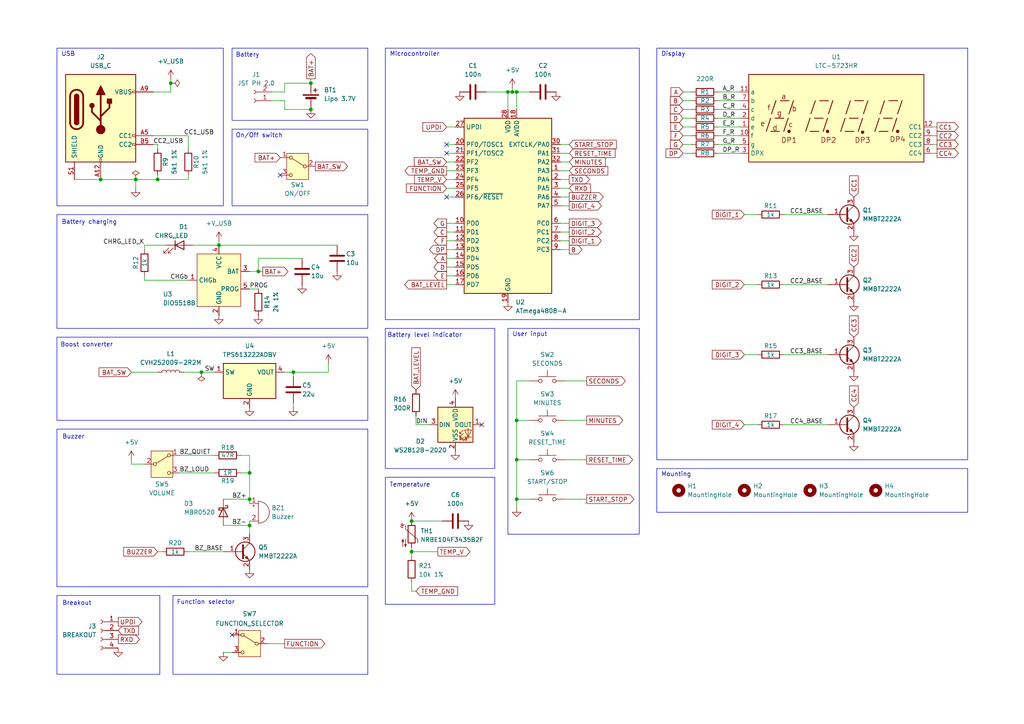
<source format=kicad_sch>
(kicad_sch (version 20231120) (generator "eeschema") (generator_version "8.0")
  (paper "A4")
  (title_block (title "Kitchen timer") (date "2024-09-24") (rev "v6.4") (company "TBR Designs") (comment 1 "Alarm configuration has become software"))
  (junction (at 45.72 52.07))
  (junction (at 85.09 107.95))
  (junction (at 72.39 144.78))
  (junction (at 72.39 137.16))
  (junction (at 119.38 151.13))
  (junction (at 72.39 152.4))
  (junction (at 148.59 26.67))
  (junction (at 90.17 31.75))
  (junction (at 149.86 121.92))
  (junction (at 147.32 26.67))
  (junction (at 63.5 71.12))
  (junction (at 49.53 24.13))
  (junction (at 149.86 26.67))
  (junction (at 39.37 52.07))
  (junction (at 90.17 24.13))
  (junction (at 58.42 107.95))
  (junction (at 149.86 144.78))
  (junction (at 29.21 52.07))
  (junction (at 149.86 133.35))
  (junction (at 74.93 78.74))
  (junction (at 119.38 160.02))
  (no_connect (at 129.54 44.45))
  (no_connect (at 139.7 123.19))
  (no_connect (at 129.54 41.91))
  (no_connect (at 129.54 57.15))
  (no_connect (at 81.28 50.8))
  (no_connect (at 67.31 184.15))
  (wire (pts (xy 77.47 186.69) (xy 82.55 186.69)))
  (wire (pts (xy 53.34 107.95) (xy 58.42 107.95)))
  (wire (pts (xy 227.33 82.55) (xy 240.03 82.55)))
  (wire (pts (xy 129.54 52.07) (xy 132.08 52.07)))
  (wire (pts (xy 119.38 168.91) (xy 119.38 171.45)))
  (wire (pts (xy 147.32 26.67) (xy 148.59 26.67)))
  (wire (pts (xy 153.67 110.49) (xy 149.86 110.49)))
  (wire (pts (xy 82.55 31.75) (xy 90.17 31.75)))
  (wire (pts (xy 163.83 133.35) (xy 170.18 133.35)))
  (wire (pts (xy 129.54 46.99) (xy 132.08 46.99)))
  (wire (pts (xy 45.72 41.91) (xy 45.72 43.18)))
  (wire (pts (xy 149.86 144.78) (xy 149.86 147.32)))
  (wire (pts (xy 45.72 52.07) (xy 54.61 52.07)))
  (wire (pts (xy 72.39 152.4) (xy 72.39 154.94)))
  (wire (pts (xy 227.33 102.87) (xy 240.03 102.87)))
  (wire (pts (xy 64.77 152.4) (xy 72.39 152.4)))
  (wire (pts (xy 38.1 107.95) (xy 45.72 107.95)))
  (wire (pts (xy 208.28 44.45) (xy 214.63 44.45)))
  (wire (pts (xy 72.39 78.74) (xy 74.93 78.74)))
  (wire (pts (xy 208.28 31.75) (xy 214.63 31.75)))
  (wire (pts (xy 85.09 107.95) (xy 95.25 107.95)))
  (wire (pts (xy 38.1 134.62) (xy 38.1 133.35)))
  (wire (pts (xy 63.5 71.12) (xy 97.79 71.12)))
  (wire (pts (xy 129.54 36.83) (xy 132.08 36.83)))
  (wire (pts (xy 129.54 82.55) (xy 132.08 82.55)))
  (wire (pts (xy 82.55 107.95) (xy 85.09 107.95)))
  (wire (pts (xy 148.59 26.67) (xy 148.59 25.4)))
  (wire (pts (xy 208.28 41.91) (xy 214.63 41.91)))
  (wire (pts (xy 149.86 26.67) (xy 148.59 26.67)))
  (wire (pts (xy 129.54 77.47) (xy 132.08 77.47)))
  (wire (pts (xy 39.37 52.07) (xy 39.37 54.61)))
  (wire (pts (xy 72.39 144.78) (xy 72.39 146.05)))
  (wire (pts (xy 198.12 39.37) (xy 200.66 39.37)))
  (wire (pts (xy 208.28 34.29) (xy 214.63 34.29)))
  (wire (pts (xy 82.55 29.21) (xy 78.74 29.21)))
  (wire (pts (xy 74.93 74.93) (xy 74.93 78.74)))
  (wire (pts (xy 69.85 137.16) (xy 72.39 137.16)))
  (wire (pts (xy 271.78 36.83) (xy 270.51 36.83)))
  (wire (pts (xy 129.54 44.45) (xy 132.08 44.45)))
  (wire (pts (xy 62.23 137.16) (xy 52.07 137.16)))
  (wire (pts (xy 153.67 144.78) (xy 149.86 144.78)))
  (wire (pts (xy 198.12 26.67) (xy 200.66 26.67)))
  (wire (pts (xy 41.91 81.28) (xy 54.61 81.28)))
  (wire (pts (xy 129.54 64.77) (xy 132.08 64.77)))
  (wire (pts (xy 69.85 132.08) (xy 72.39 132.08)))
  (wire (pts (xy 45.72 50.8) (xy 45.72 52.07)))
  (wire (pts (xy 41.91 80.01) (xy 41.91 81.28)))
  (wire (pts (xy 72.39 83.82) (xy 74.93 83.82)))
  (wire (pts (xy 129.54 74.93) (xy 132.08 74.93)))
  (wire (pts (xy 85.09 118.11) (xy 85.09 116.84)))
  (wire (pts (xy 21.59 52.07) (xy 29.21 52.07)))
  (wire (pts (xy 198.12 31.75) (xy 200.66 31.75)))
  (wire (pts (xy 165.1 52.07) (xy 162.56 52.07)))
  (wire (pts (xy 208.28 39.37) (xy 214.63 39.37)))
  (wire (pts (xy 119.38 171.45) (xy 120.65 171.45)))
  (wire (pts (xy 165.1 49.53) (xy 162.56 49.53)))
  (wire (pts (xy 149.86 121.92) (xy 149.86 133.35)))
  (wire (pts (xy 95.25 107.95) (xy 95.25 105.41)))
  (wire (pts (xy 74.93 78.74) (xy 76.2 78.74)))
  (wire (pts (xy 82.55 26.67) (xy 78.74 26.67)))
  (wire (pts (xy 129.54 54.61) (xy 132.08 54.61)))
  (wire (pts (xy 129.54 49.53) (xy 132.08 49.53)))
  (wire (pts (xy 140.97 26.67) (xy 147.32 26.67)))
  (wire (pts (xy 29.21 52.07) (xy 39.37 52.07)))
  (wire (pts (xy 227.33 123.19) (xy 240.03 123.19)))
  (wire (pts (xy 85.09 109.22) (xy 85.09 107.95)))
  (wire (pts (xy 147.32 31.75) (xy 147.32 26.67)))
  (wire (pts (xy 119.38 151.13) (xy 128.27 151.13)))
  (wire (pts (xy 44.45 41.91) (xy 45.72 41.91)))
  (wire (pts (xy 119.38 160.02) (xy 127 160.02)))
  (wire (pts (xy 120.65 123.19) (xy 124.46 123.19)))
  (wire (pts (xy 198.12 29.21) (xy 200.66 29.21)))
  (wire (pts (xy 129.54 69.85) (xy 132.08 69.85)))
  (wire (pts (xy 163.83 110.49) (xy 170.18 110.49)))
  (wire (pts (xy 39.37 52.07) (xy 45.72 52.07)))
  (wire (pts (xy 54.61 160.02) (xy 64.77 160.02)))
  (wire (pts (xy 198.12 36.83) (xy 200.66 36.83)))
  (wire (pts (xy 44.45 39.37) (xy 54.61 39.37)))
  (wire (pts (xy 129.54 41.91) (xy 132.08 41.91)))
  (wire (pts (xy 129.54 57.15) (xy 132.08 57.15)))
  (wire (pts (xy 208.28 29.21) (xy 214.63 29.21)))
  (wire (pts (xy 90.17 22.86) (xy 90.17 24.13)))
  (wire (pts (xy 87.63 74.93) (xy 74.93 74.93)))
  (wire (pts (xy 129.54 80.01) (xy 132.08 80.01)))
  (wire (pts (xy 120.65 120.65) (xy 120.65 123.19)))
  (wire (pts (xy 49.53 24.13) (xy 49.53 26.67)))
  (wire (pts (xy 149.86 26.67) (xy 153.67 26.67)))
  (wire (pts (xy 63.5 69.85) (xy 63.5 71.12)))
  (wire (pts (xy 55.88 71.12) (xy 63.5 71.12)))
  (wire (pts (xy 72.39 132.08) (xy 72.39 137.16)))
  (wire (pts (xy 165.1 59.69) (xy 162.56 59.69)))
  (wire (pts (xy 149.86 110.49) (xy 149.86 121.92)))
  (wire (pts (xy 165.1 54.61) (xy 162.56 54.61)))
  (wire (pts (xy 215.9 82.55) (xy 219.71 82.55)))
  (wire (pts (xy 271.78 41.91) (xy 270.51 41.91)))
  (wire (pts (xy 165.1 72.39) (xy 162.56 72.39)))
  (wire (pts (xy 72.39 137.16) (xy 72.39 144.78)))
  (wire (pts (xy 165.1 57.15) (xy 162.56 57.15)))
  (wire (pts (xy 165.1 67.31) (xy 162.56 67.31)))
  (wire (pts (xy 165.1 69.85) (xy 162.56 69.85)))
  (wire (pts (xy 215.9 62.23) (xy 219.71 62.23)))
  (wire (pts (xy 119.38 160.02) (xy 119.38 161.29)))
  (wire (pts (xy 82.55 24.13) (xy 82.55 26.67)))
  (wire (pts (xy 227.33 62.23) (xy 240.03 62.23)))
  (wire (pts (xy 198.12 34.29) (xy 200.66 34.29)))
  (wire (pts (xy 208.28 36.83) (xy 214.63 36.83)))
  (wire (pts (xy 58.42 107.95) (xy 62.23 107.95)))
  (wire (pts (xy 198.12 41.91) (xy 200.66 41.91)))
  (wire (pts (xy 271.78 44.45) (xy 270.51 44.45)))
  (wire (pts (xy 208.28 26.67) (xy 214.63 26.67)))
  (wire (pts (xy 41.91 71.12) (xy 41.91 72.39)))
  (wire (pts (xy 271.78 39.37) (xy 270.51 39.37)))
  (wire (pts (xy 165.1 64.77) (xy 162.56 64.77)))
  (wire (pts (xy 215.9 123.19) (xy 219.71 123.19)))
  (wire (pts (xy 48.26 71.12) (xy 41.91 71.12)))
  (wire (pts (xy 165.1 44.45) (xy 162.56 44.45)))
  (wire (pts (xy 163.83 121.92) (xy 170.18 121.92)))
  (wire (pts (xy 72.39 151.13) (xy 72.39 152.4)))
  (wire (pts (xy 54.61 39.37) (xy 54.61 43.18)))
  (wire (pts (xy 129.54 67.31) (xy 132.08 67.31)))
  (wire (pts (xy 49.53 26.67) (xy 44.45 26.67)))
  (wire (pts (xy 153.67 121.92) (xy 149.86 121.92)))
  (wire (pts (xy 163.83 144.78) (xy 170.18 144.78)))
  (wire (pts (xy 64.77 144.78) (xy 72.39 144.78)))
  (wire (pts (xy 49.53 22.86) (xy 49.53 24.13)))
  (wire (pts (xy 129.54 72.39) (xy 132.08 72.39)))
  (wire (pts (xy 153.67 133.35) (xy 149.86 133.35)))
  (wire (pts (xy 149.86 31.75) (xy 149.86 26.67)))
  (wire (pts (xy 82.55 29.21) (xy 82.55 31.75)))
  (wire (pts (xy 54.61 50.8) (xy 54.61 52.07)))
  (wire (pts (xy 215.9 102.87) (xy 219.71 102.87)))
  (wire (pts (xy 82.55 24.13) (xy 90.17 24.13)))
  (wire (pts (xy 165.1 41.91) (xy 162.56 41.91)))
  (wire (pts (xy 165.1 46.99) (xy 162.56 46.99)))
  (wire (pts (xy 64.77 189.23) (xy 67.31 189.23)))
  (wire (pts (xy 198.12 44.45) (xy 200.66 44.45)))
  (wire (pts (xy 62.23 132.08) (xy 52.07 132.08)))
  (wire (pts (xy 45.72 160.02) (xy 46.99 160.02)))
  (wire (pts (xy 119.38 158.75) (xy 119.38 160.02)))
  (wire (pts (xy 149.86 133.35) (xy 149.86 144.78)))
  (wire (pts (xy 41.91 134.62) (xy 38.1 134.62)))
  (rectangle (start 16.51 172.72) (end 46.355 195.58))
  (rectangle (start 190.5 135.89) (end 280.67 148.59))
  (rectangle (start 111.76 95.25) (end 143.51 135.89))
  (rectangle (start 67.31 13.97) (end 106.68 34.925))
  (rectangle (start 190.5 13.97) (end 280.67 133.35))
  (rectangle (start 16.51 97.79) (end 106.68 121.92))
  (rectangle (start 111.76 13.97) (end 185.42 92.71))
  (rectangle (start 67.31 37.465) (end 106.68 59.69))
  (rectangle (start 50.165 172.72) (end 106.68 195.58))
  (rectangle (start 16.51 62.23) (end 106.68 95.25))
  (rectangle (start 111.76 138.43) (end 143.51 175.26))
  (rectangle (start 16.51 124.46) (end 106.68 170.18))
  (rectangle (start 16.51 13.97) (end 64.77 59.69))
  (rectangle (start 147.32 95.25) (end 185.42 154.94))
  (text "Buzzer" (at 18.034 127.508 0) (effects (font (size 1.27 1.27)) (justify left bottom)))
  (text "Temperature" (at 118.872 140.716 0) (effects (font (size 1.27 1.27))))
  (text "Breakout" (at 18.034 175.768 0) (effects (font (size 1.27 1.27)) (justify left bottom)))
  (text "Battery charging" (at 25.908 64.516 0) (effects (font (size 1.27 1.27))))
  (text "Display" (at 191.77 16.51 0) (effects (font (size 1.27 1.27)) (justify left bottom)))
  (text "Boost converter" (at 25.146 100.076 0) (effects (font (size 1.27 1.27))))
  (text "Battery level indicator" (at 123.19 97.282 0) (effects (font (size 1.27 1.27))))
  (text "Function selector" (at 59.69 174.752 0) (effects (font (size 1.27 1.27))))
  (text "Battery" (at 68.326 16.764 0) (effects (font (size 1.27 1.27)) (justify left bottom)))
  (text "USB" (at 17.78 16.51 0) (effects (font (size 1.27 1.27)) (justify left bottom)))
  (text "User input" (at 148.59 97.79 0) (effects (font (size 1.27 1.27)) (justify left bottom)))
  (text "Mounting" (at 191.77 138.43 0) (effects (font (size 1.27 1.27)) (justify left bottom)))
  (text "Microcontroller" (at 113.03 16.51 0) (effects (font (size 1.27 1.27)) (justify left bottom)))
  (text "On/Off switch" (at 68.326 40.132 0) (effects (font (size 1.27 1.27)) (justify left bottom)))
  (label "E_R" (at 209.55 36.83 0))
  (label "PROG" (at 72.39 83.82 0))
  (label "CC2_BASE" (at 238.76 82.55 180))
  (label "BZ+" (at 67.31 144.78 0))
  (label "G_R" (at 209.55 41.91 0))
  (label "CHGb" (at 54.61 81.28 180))
  (label "BZ_LOUD" (at 52.07 137.16 0))
  (label "CC2_USB" (at 44.45 41.91 0))
  (label "BZ_QUIET" (at 52.07 132.08 0))
  (label "CC1_BASE" (at 238.76 62.23 180))
  (label "DP_R" (at 209.55 44.45 0))
  (label "CHRG_LED_K" (at 41.91 71.12 180))
  (label "CC3_BASE" (at 238.76 102.87 180))
  (label "D_R" (at 209.55 34.29 0))
  (label "B_R" (at 209.55 29.21 0))
  (label "A_R" (at 209.55 26.67 0))
  (label "DIN" (at 120.65 123.19 0))
  (label "C_R" (at 209.55 31.75 0))
  (label "SW" (at 62.23 107.95 180))
  (label "F_R" (at 209.55 39.37 0))
  (label "CC4_BASE" (at 238.76 123.19 180))
  (label "CC1_USB" (at 53.34 39.37 0))
  (label "BZ_BASE" (at 64.77 160.02 180))
  (label "BZ-" (at 67.31 152.4 0))
  (global_label "RESET_TIME" (shape output) (at 170.18 133.35 0) (property "Intersheetrefs" "${INTERSHEET_REFS}" (effects (hide yes))))
  (global_label "E" (shape input) (at 198.12 36.83 180) (property "Intersheetrefs" "${INTERSHEET_REFS}" (effects (hide yes))))
  (global_label "BAT_LEVEL" (shape output) (at 129.54 82.55 180) (property "Intersheetrefs" "${INTERSHEET_REFS}" (effects (hide yes))))
  (global_label "CC3" (shape input) (at 247.65 97.79 90) (property "Intersheetrefs" "${INTERSHEET_REFS}" (effects (hide yes))))
  (global_label "TEMP_GND" (shape output) (at 129.54 49.53 180) (property "Intersheetrefs" "${INTERSHEET_REFS}" (effects (hide yes))))
  (global_label "FUNCTION" (shape output) (at 82.55 186.69 0) (property "Intersheetrefs" "${INTERSHEET_REFS}" (effects (hide yes))))
  (global_label "DP" (shape output) (at 129.54 72.39 180) (property "Intersheetrefs" "${INTERSHEET_REFS}" (effects (hide yes))))
  (global_label "RESET_TIME" (shape input) (at 165.1 44.45 0) (property "Intersheetrefs" "${INTERSHEET_REFS}" (effects (hide yes))))
  (global_label "BAT_SW" (shape input) (at 38.1 107.95 180) (property "Intersheetrefs" "${INTERSHEET_REFS}" (effects (hide yes))))
  (global_label "RXD" (shape output) (at 34.29 185.42 0) (property "Intersheetrefs" "${INTERSHEET_REFS}" (effects (hide yes))))
  (global_label "BAT_SW" (shape output) (at 91.44 48.26 0) (property "Intersheetrefs" "${INTERSHEET_REFS}" (effects (hide yes))))
  (global_label "DIGIT_2" (shape output) (at 165.1 67.31 0) (property "Intersheetrefs" "${INTERSHEET_REFS}" (effects (hide yes))))
  (global_label "UPDI" (shape input) (at 129.54 36.83 180) (property "Intersheetrefs" "${INTERSHEET_REFS}" (effects (hide yes))))
  (global_label "SECONDS" (shape input) (at 165.1 49.53 0) (property "Intersheetrefs" "${INTERSHEET_REFS}" (effects (hide yes))))
  (global_label "TEMP_GND" (shape input) (at 120.65 171.45 0) (property "Intersheetrefs" "${INTERSHEET_REFS}" (effects (hide yes))))
  (global_label "B" (shape input) (at 198.12 29.21 180) (property "Intersheetrefs" "${INTERSHEET_REFS}" (effects (hide yes))))
  (global_label "CC1" (shape output) (at 271.78 36.83 0) (property "Intersheetrefs" "${INTERSHEET_REFS}" (effects (hide yes))))
  (global_label "CC3" (shape output) (at 271.78 41.91 0) (property "Intersheetrefs" "${INTERSHEET_REFS}" (effects (hide yes))))
  (global_label "RXD" (shape input) (at 165.1 54.61 0) (property "Intersheetrefs" "${INTERSHEET_REFS}" (effects (hide yes))))
  (global_label "DIGIT_3" (shape input) (at 215.9 102.87 180) (property "Intersheetrefs" "${INTERSHEET_REFS}" (effects (hide yes))))
  (global_label "BAT+" (shape input) (at 81.28 45.72 180) (property "Intersheetrefs" "${INTERSHEET_REFS}" (effects (hide yes))))
  (global_label "A" (shape input) (at 198.12 26.67 180) (property "Intersheetrefs" "${INTERSHEET_REFS}" (effects (hide yes))))
  (global_label "TEMP_V" (shape output) (at 127 160.02 0) (property "Intersheetrefs" "${INTERSHEET_REFS}" (effects (hide yes))))
  (global_label "D" (shape input) (at 198.12 34.29 180) (property "Intersheetrefs" "${INTERSHEET_REFS}" (effects (hide yes))))
  (global_label "BAT+" (shape output) (at 76.2 78.74 0) (property "Intersheetrefs" "${INTERSHEET_REFS}" (effects (hide yes))))
  (global_label "BUZZER" (shape output) (at 165.1 57.15 0) (property "Intersheetrefs" "${INTERSHEET_REFS}" (effects (hide yes))))
  (global_label "DIGIT_1" (shape input) (at 215.9 62.23 180) (property "Intersheetrefs" "${INTERSHEET_REFS}" (effects (hide yes))))
  (global_label "DIGIT_3" (shape output) (at 165.1 64.77 0) (property "Intersheetrefs" "${INTERSHEET_REFS}" (effects (hide yes))))
  (global_label "SECONDS" (shape output) (at 170.18 110.49 0) (property "Intersheetrefs" "${INTERSHEET_REFS}" (effects (hide yes))))
  (global_label "D" (shape output) (at 129.54 77.47 180) (property "Intersheetrefs" "${INTERSHEET_REFS}" (effects (hide yes))))
  (global_label "CC4" (shape output) (at 271.78 44.45 0) (property "Intersheetrefs" "${INTERSHEET_REFS}" (effects (hide yes))))
  (global_label "BAT_SW" (shape input) (at 129.54 46.99 180) (property "Intersheetrefs" "${INTERSHEET_REFS}" (effects (hide yes))))
  (global_label "TXD" (shape output) (at 165.1 52.07 0) (property "Intersheetrefs" "${INTERSHEET_REFS}" (effects (hide yes))))
  (global_label "BAT_LEVEL" (shape input) (at 120.65 113.03 90) (property "Intersheetrefs" "${INTERSHEET_REFS}" (effects (hide yes))))
  (global_label "CC2" (shape input) (at 247.65 77.47 90) (property "Intersheetrefs" "${INTERSHEET_REFS}" (effects (hide yes))))
  (global_label "START_STOP" (shape input) (at 165.1 41.91 0) (property "Intersheetrefs" "${INTERSHEET_REFS}" (effects (hide yes))))
  (global_label "DIGIT_1" (shape output) (at 165.1 69.85 0) (property "Intersheetrefs" "${INTERSHEET_REFS}" (effects (hide yes))))
  (global_label "B" (shape output) (at 165.1 72.39 0) (property "Intersheetrefs" "${INTERSHEET_REFS}" (effects (hide yes))))
  (global_label "A" (shape output) (at 129.54 74.93 180) (property "Intersheetrefs" "${INTERSHEET_REFS}" (effects (hide yes))))
  (global_label "BAT+" (shape output) (at 90.17 22.86 90) (property "Intersheetrefs" "${INTERSHEET_REFS}" (effects (hide yes))))
  (global_label "TXD" (shape input) (at 34.29 182.88 0) (property "Intersheetrefs" "${INTERSHEET_REFS}" (effects (hide yes))))
  (global_label "F" (shape output) (at 129.54 69.85 180) (property "Intersheetrefs" "${INTERSHEET_REFS}" (effects (hide yes))))
  (global_label "G" (shape output) (at 129.54 64.77 180) (property "Intersheetrefs" "${INTERSHEET_REFS}" (effects (hide yes))))
  (global_label "C" (shape input) (at 198.12 31.75 180) (property "Intersheetrefs" "${INTERSHEET_REFS}" (effects (hide yes))))
  (global_label "MINUTES" (shape input) (at 165.1 46.99 0) (property "Intersheetrefs" "${INTERSHEET_REFS}" (effects (hide yes))))
  (global_label "CC1" (shape input) (at 247.65 57.15 90) (property "Intersheetrefs" "${INTERSHEET_REFS}" (effects (hide yes))))
  (global_label "F" (shape input) (at 198.12 39.37 180) (property "Intersheetrefs" "${INTERSHEET_REFS}" (effects (hide yes))))
  (global_label "TEMP_V" (shape input) (at 129.54 52.07 180) (property "Intersheetrefs" "${INTERSHEET_REFS}" (effects (hide yes))))
  (global_label "DIGIT_4" (shape input) (at 215.9 123.19 180) (property "Intersheetrefs" "${INTERSHEET_REFS}" (effects (hide yes))))
  (global_label "BUZZER" (shape input) (at 45.72 160.02 180) (property "Intersheetrefs" "${INTERSHEET_REFS}" (effects (hide yes))))
  (global_label "CC4" (shape input) (at 247.65 118.11 90) (property "Intersheetrefs" "${INTERSHEET_REFS}" (effects (hide yes))))
  (global_label "MINUTES" (shape output) (at 170.18 121.92 0) (property "Intersheetrefs" "${INTERSHEET_REFS}" (effects (hide yes))))
  (global_label "UPDI" (shape output) (at 34.29 180.34 0) (property "Intersheetrefs" "${INTERSHEET_REFS}" (effects (hide yes))))
  (global_label "CC2" (shape output) (at 271.78 39.37 0) (property "Intersheetrefs" "${INTERSHEET_REFS}" (effects (hide yes))))
  (global_label "DIGIT_4" (shape output) (at 165.1 59.69 0) (property "Intersheetrefs" "${INTERSHEET_REFS}" (effects (hide yes))))
  (global_label "C" (shape output) (at 129.54 67.31 180) (property "Intersheetrefs" "${INTERSHEET_REFS}" (effects (hide yes))))
  (global_label "DIGIT_2" (shape input) (at 215.9 82.55 180) (property "Intersheetrefs" "${INTERSHEET_REFS}" (effects (hide yes))))
  (global_label "E" (shape output) (at 129.54 80.01 180) (property "Intersheetrefs" "${INTERSHEET_REFS}" (effects (hide yes))))
  (global_label "FUNCTION" (shape input) (at 129.54 54.61 180) (property "Intersheetrefs" "${INTERSHEET_REFS}" (effects (hide yes))))
  (global_label "START_STOP" (shape output) (at 170.18 144.78 0) (property "Intersheetrefs" "${INTERSHEET_REFS}" (effects (hide yes))))
  (global_label "DP" (shape input) (at 198.12 44.45 180) (property "Intersheetrefs" "${INTERSHEET_REFS}" (effects (hide yes))))
  (global_label "G" (shape input) (at 198.12 41.91 180) (property "Intersheetrefs" "${INTERSHEET_REFS}" (effects (hide yes))))
  (symbol (lib_id "00_local:R") (at 204.47 26.67 90) (unit 1)
    (property "Reference" "R1" (at 204.47 26.67 90))
    (property "Value" "220R" (at 204.47 22.86 90))
    (property "Footprint" "00_local:R_0805_2012Metric_Pad1.20x1.40mm_HandSolder" (effects (hide yes)))
    (property "Description" "Resistor" (effects (hide yes)))
  )
  (symbol (lib_id "00_local:PWR_FLAG") (at 49.53 24.13 270) (unit 1)
    (property "Reference" "#FLG01" (effects (hide yes)))
    (property "Value" "PWR_FLAG" (effects (hide yes)))
    (property "Description" "Special symbol for telling ERC where power comes from" (effects (hide yes)))
  )
  (symbol (lib_id "00_local:GND") (at 72.39 165.1 0) (unit 1)
    (property "Reference" "#PWR026" (effects (hide yes)))
    (property "Value" "GND" (effects (hide yes)))
    (property "Description" "Power symbol creates a global label with name \"GND\" , ground" (effects (hide yes)))
  )
  (symbol (lib_id "00_local:R") (at 223.52 82.55 90) (unit 1)
    (property "Reference" "R13" (at 223.52 80.01 90))
    (property "Value" "1k" (at 223.52 82.55 90))
    (property "Footprint" "00_local:R_0805_2012Metric_Pad1.20x1.40mm_HandSolder" (effects (hide yes)))
    (property "Description" "Resistor" (effects (hide yes)))
  )
  (symbol (lib_id "00_local:+5V") (at 38.1 133.35 0) (unit 1)
    (property "Reference" "#PWR022" (effects (hide yes)))
    (property "Value" "+5V" (at 38.1 128.27 0))
    (property "Description" "Power symbol creates a global label with name \"+5V\"" (effects (hide yes)))
  )
  (symbol (lib_id "00_local:MMBT2222A") (at 245.11 62.23 0) (unit 1)
    (property "Reference" "Q1" (at 250.19 60.9599 0) (effects (justify left)))
    (property "Value" "MMBT2222A" (at 250.19 63.4999 0) (effects (justify left)))
    (property "Footprint" "00_local:SOT-23-3" (effects (hide yes)))
    (property "Datasheet" "https://www.mouser.be/datasheet/2/258/MMBT2222A_SOT_23_-3423314.pdf" (effects (hide yes)))
    (property "Description" "0.6A Ic, 40V Vce, NPN Transistor, SOT-23" (effects (hide yes)))
  )
  (symbol (lib_id "00_local:C") (at 132.08 151.13 270) (unit 1)
    (property "Reference" "C6" (at 132.08 143.51 90))
    (property "Value" "100n" (at 132.08 146.05 90))
    (property "Footprint" "00_local:C_0805_2012Metric_Pad1.18x1.45mm_HandSolder" (effects (hide yes)))
    (property "Description" "Unpolarized capacitor" (effects (hide yes)))
  )
  (symbol (lib_id "00_local:R") (at 120.65 116.84 180) (unit 1)
    (property "Reference" "R16" (at 114.046 115.824 0) (effects (justify right)))
    (property "Value" "300R" (at 114.046 118.364 0) (effects (justify right)))
    (property "Footprint" "00_local:R_0805_2012Metric_Pad1.20x1.40mm_HandSolder" (effects (hide yes)))
    (property "Description" "Resistor" (effects (hide yes)))
  )
  (symbol (lib_id "00_local:DIO5518B") (at 63.5 81.28 0) (unit 1)
    (property "Reference" "U3" (at 47.244 85.344 0) (effects (justify left)))
    (property "Value" "DIO5518B" (at 47.244 87.884 0) (effects (justify left)))
    (property "Footprint" "00_local:SOT-23-5" (effects (hide yes)))
    (property "Datasheet" "https://www.mouser.be/datasheet/2/802/dimi_s_a0009241970_1-2295083.pdf" (effects (hide yes)))
    (property "Description" "500mA Single Li-ion Battery Charger" (effects (hide yes)))
    (property "Source" "https://www.mouser.be/ProductDetail/DIOO-Microcircuits/DIO5518BST5?qs=%252BEew9%252B0nqrDWUKQb5S0MHA%3D%3D" (effects (hide yes)))
  )
  (symbol (lib_id "00_local:WS2812B-2020") (at 132.08 123.19 0) (unit 1)
    (property "Reference" "D2" (at 121.92 128.016 0))
    (property "Value" "WS2812B-2020" (at 121.92 130.556 0))
    (property "Footprint" "00_local:LED_WS2812B-2020_2.0x2.0mm" (effects (hide yes)))
    (property "Datasheet" "https://cdn-shop.adafruit.com/product-files/4684/4684_WS2812B-2020_V1.3_EN.pdf" (effects (hide yes)))
    (property "Description" "RGB LED with integrated controller, 2.0 x 2.0 mm, 12 mA" (effects (hide yes)))
  )
  (symbol (lib_id "00_local:GND") (at 247.65 87.63 0) (unit 1)
    (property "Reference" "#PWR012" (effects (hide yes)))
    (property "Value" "GND" (effects (hide yes)))
    (property "Description" "Power symbol creates a global label with name \"GND\" , ground" (effects (hide yes)))
  )
  (symbol (lib_id "00_local:LED") (at 52.07 71.12 0) (unit 1)
    (property "Reference" "D1" (at 54.61 65.786 0) (effects (justify right)))
    (property "Value" "CHRG_LED" (at 54.61 68.326 0) (effects (justify right)))
    (property "Footprint" "00_local:D_0805_2012Metric_Pad1.15x1.40mm_HandSolder" (effects (hide yes)))
    (property "Description" "Light emitting diode" (effects (hide yes)))
  )
  (symbol (lib_id "00_local:GND") (at 149.86 147.32 0) (unit 1)
    (property "Reference" "#PWR023" (effects (hide yes)))
    (property "Value" "GND" (effects (hide yes)))
    (property "Description" "Power symbol creates a global label with name \"GND\" , ground" (effects (hide yes)))
  )
  (symbol (lib_id "00_local:R") (at 66.04 137.16 270) (unit 1)
    (property "Reference" "R19" (at 66.04 139.446 90))
    (property "Value" "1R" (at 66.04 137.16 90))
    (property "Footprint" "00_local:R_0805_2012Metric_Pad1.20x1.40mm_HandSolder" (effects (hide yes)))
    (property "Description" "Resistor" (effects (hide yes)))
  )
  (symbol (lib_id "00_local:GND") (at 247.65 67.31 0) (unit 1)
    (property "Reference" "#PWR07" (effects (hide yes)))
    (property "Value" "GND" (effects (hide yes)))
    (property "Description" "Power symbol creates a global label with name \"GND\" , ground" (effects (hide yes)))
  )
  (symbol (lib_id "00_local:R") (at 204.47 39.37 90) (unit 1)
    (property "Reference" "R6" (at 204.47 39.37 90))
    (property "Value" "220R" (effects (hide yes)))
    (property "Footprint" "00_local:R_0805_2012Metric_Pad1.20x1.40mm_HandSolder" (effects (hide yes)))
    (property "Description" "Resistor" (effects (hide yes)))
  )
  (symbol (lib_id "00_local:SW_SPDT") (at 86.36 48.26 0) (mirror y) (unit 1)
    (property "Reference" "SW1" (at 86.36 53.594 0))
    (property "Value" "ON/OFF" (at 86.36 56.134 0))
    (property "Footprint" "00_local:SW_Slide_SPDT_MINI" (effects (hide yes)))
    (property "Description" "Switch, single pole double throw" (effects (hide yes)))
  )
  (symbol (lib_id "00_local:R") (at 204.47 44.45 90) (unit 1)
    (property "Reference" "R8" (at 204.47 44.45 90))
    (property "Value" "220R" (effects (hide yes)))
    (property "Footprint" "00_local:R_0805_2012Metric_Pad1.20x1.40mm_HandSolder" (effects (hide yes)))
    (property "Description" "Resistor" (effects (hide yes)))
  )
  (symbol (lib_id "00_local:TPS613222ADBV") (at 72.39 110.49 0) (unit 1)
    (property "Reference" "U4" (at 72.39 100.33 0))
    (property "Value" "TPS613222ADBV" (at 72.39 102.87 0))
    (property "Footprint" "00_local:SOT-23-5" (effects (hide yes)))
    (property "Datasheet" "http://www.ti.com/lit/ds/symlink/tps61322.pdf" (effects (hide yes)))
    (property "Description" "1.8A Step-Up Converter, 5V Output Voltage, 0.9-5.5V Input Voltage, SOT-23-5" (effects (hide yes)))
  )
  (symbol (lib_id "00_local:GND") (at 72.39 118.11 0) (unit 1)
    (property "Reference" "#PWR018" (effects (hide yes)))
    (property "Value" "GND" (effects (hide yes)))
    (property "Description" "Power symbol creates a global label with name \"GND\" , ground" (effects (hide yes)))
  )
  (symbol (lib_id "00_local:GND") (at 133.35 26.67 0) (unit 1)
    (property "Reference" "#PWR03" (effects (hide yes)))
    (property "Value" "GND" (effects (hide yes)))
    (property "Description" "Power symbol creates a global label with name \"GND\" , ground" (effects (hide yes)))
  )
  (symbol (lib_id "00_local:R") (at 119.38 165.1 180) (unit 1)
    (property "Reference" "R21" (at 121.412 164.084 0) (effects (justify right)))
    (property "Value" "10k 1%" (at 121.412 166.624 0) (effects (justify right)))
    (property "Footprint" "00_local:R_0805_2012Metric_Pad1.20x1.40mm_HandSolder" (effects (hide yes)))
    (property "Description" "Resistor" (effects (hide yes)))
  )
  (symbol (lib_id "00_local:SW_SPDT") (at 46.99 134.62 0) (unit 1)
    (property "Reference" "SW5" (at 46.99 140.462 0))
    (property "Value" "VOLUME" (at 46.99 143.002 0))
    (property "Footprint" "00_local:SW_Slide_SPDT_MINI" (effects (hide yes)))
    (property "Description" "Switch, single pole double throw" (effects (hide yes)))
    (property "Loud" "Loud" (effects (hide yes)))
    (property "Quiet" "Quiet" (effects (hide yes)))
  )
  (symbol (lib_id "00_local:PWR_FLAG") (at 58.42 107.95 180) (unit 1)
    (property "Reference" "#FLG03" (effects (hide yes)))
    (property "Value" "PWR_FLAG" (effects (hide yes)))
    (property "Description" "Special symbol for telling ERC where power comes from" (effects (hide yes)))
  )
  (symbol (lib_id "00_local:R") (at 74.93 87.63 180) (unit 1)
    (property "Reference" "R14" (at 77.47 87.63 90))
    (property "Value" "2k 1%" (at 80.01 87.63 90))
    (property "Footprint" "00_local:R_0805_2012Metric_Pad1.20x1.40mm_HandSolder" (effects (hide yes)))
    (property "Description" "Resistor" (effects (hide yes)))
  )
  (symbol (lib_id "00_local:C") (at 157.48 26.67 270) (unit 1)
    (property "Reference" "C2" (at 157.48 19.05 90))
    (property "Value" "100n" (at 157.48 21.59 90))
    (property "Footprint" "00_local:C_0805_2012Metric_Pad1.18x1.45mm_HandSolder" (effects (hide yes)))
    (property "Description" "Unpolarized capacitor" (effects (hide yes)))
  )
  (symbol (lib_id "00_local:USB_C_Receptacle_PowerOnly_6P") (at 29.21 34.29 0) (unit 1)
    (property "Reference" "J2" (at 29.21 16.51 0))
    (property "Value" "USB_C" (at 29.21 19.05 0))
    (property "Footprint" "00_local:USB_C_Receptacle_GCT_USB4125-xx-x-0190_6P_TopMnt_Horizontal" (effects (hide yes)))
    (property "Datasheet" "https://www.usb.org/sites/default/files/documents/usb_type-c.zip" (effects (hide yes)))
    (property "Description" "USB Power-Only 6P Type-C Receptacle connector" (effects (hide yes)))
  )
  (symbol (lib_id "00_local:R") (at 45.72 46.99 180) (unit 1)
    (property "Reference" "R9" (at 48.006 46.99 90))
    (property "Value" "5k1 1%" (at 50.546 46.99 90))
    (property "Footprint" "00_local:R_0805_2012Metric_Pad1.20x1.40mm_HandSolder" (effects (hide yes)))
    (property "Description" "Resistor" (effects (hide yes)))
  )
  (symbol (lib_id "00_local:SW_Push") (at 158.75 133.35 0) (unit 1)
    (property "Reference" "SW4" (at 158.75 125.73 0))
    (property "Value" "RESET_TIME" (at 158.75 128.27 0))
    (property "Footprint" "00_local:SW_PUSH_6mm" (effects (hide yes)))
    (property "Description" "Push button switch, generic, two pins" (effects (hide yes)))
  )
  (symbol (lib_id "00_local:+5V") (at 119.38 151.13 0) (unit 1)
    (property "Reference" "#PWR024" (effects (hide yes)))
    (property "Value" "+5V" (at 119.38 146.05 0))
    (property "Description" "Power symbol creates a global label with name \"+5V\"" (effects (hide yes)))
  )
  (symbol (lib_id "00_local:R") (at 41.91 76.2 180) (unit 1)
    (property "Reference" "R12" (at 39.37 76.2 90))
    (property "Value" "1k" (at 41.91 76.2 90))
    (property "Footprint" "00_local:R_0805_2012Metric_Pad1.20x1.40mm_HandSolder" (effects (hide yes)))
    (property "Description" "Resistor" (effects (hide yes)))
  )
  (symbol (lib_id "00_local:+5V") (at 63.5 69.85 0) (unit 1)
    (property "Reference" "#PWR08" (effects (hide yes)))
    (property "Value" "+V_USB" (at 63.5 64.77 0))
    (property "Description" "Power symbol creates a global label with name \"+5V\"" (effects (hide yes)))
  )
  (symbol (lib_id "00_local:MMBT2222A") (at 245.11 123.19 0) (unit 1)
    (property "Reference" "Q4" (at 250.19 121.9199 0) (effects (justify left)))
    (property "Value" "MMBT2222A" (at 250.19 124.4599 0) (effects (justify left)))
    (property "Footprint" "00_local:SOT-23-3" (effects (hide yes)))
    (property "Datasheet" "https://www.mouser.be/datasheet/2/258/MMBT2222A_SOT_23_-3423314.pdf" (effects (hide yes)))
    (property "Description" "0.6A Ic, 40V Vce, NPN Transistor, SOT-23" (effects (hide yes)))
  )
  (symbol (lib_id "00_local:MountingHole") (at 196.85 142.24 0) (unit 1)
    (property "Reference" "H1" (at 199.39 140.97 0) (effects (justify left)))
    (property "Value" "MountingHole" (at 199.39 143.51 0) (effects (justify left)))
    (property "Footprint" "00_local:MountingHole_3.2mm_M3" (effects (hide yes)))
    (property "Description" "Mounting Hole without connection" (effects (hide yes)))
  )
  (symbol (lib_id "00_local:GND") (at 247.65 128.27 0) (unit 1)
    (property "Reference" "#PWR020" (effects (hide yes)))
    (property "Value" "GND" (effects (hide yes)))
    (property "Description" "Power symbol creates a global label with name \"GND\" , ground" (effects (hide yes)))
  )
  (symbol (lib_id "00_local:SW_Push") (at 158.75 144.78 0) (unit 1)
    (property "Reference" "SW6" (at 158.75 137.16 0))
    (property "Value" "START/STOP" (at 158.75 139.7 0))
    (property "Footprint" "00_local:SW_PUSH_6mm" (effects (hide yes)))
    (property "Description" "Push button switch, generic, two pins" (effects (hide yes)))
  )
  (symbol (lib_id "00_local:MMBT2222A") (at 245.11 102.87 0) (unit 1)
    (property "Reference" "Q3" (at 250.19 101.5999 0) (effects (justify left)))
    (property "Value" "MMBT2222A" (at 250.19 104.1399 0) (effects (justify left)))
    (property "Footprint" "00_local:SOT-23-3" (effects (hide yes)))
    (property "Datasheet" "https://www.mouser.be/datasheet/2/258/MMBT2222A_SOT_23_-3423314.pdf" (effects (hide yes)))
    (property "Description" "0.6A Ic, 40V Vce, NPN Transistor, SOT-23" (effects (hide yes)))
  )
  (symbol (lib_id "00_local:CC56-12EWA") (at 242.57 34.29 0) (unit 1)
    (property "Reference" "U1" (at 242.57 16.51 0))
    (property "Value" "LTC-5723HR" (at 242.57 19.05 0))
    (property "Footprint" "00_local:CA56-12EWA" (effects (hide yes)))
    (property "Datasheet" "http://www.kingbrightusa.com/images/catalog/SPEC/CA56-12EWA.pdf" (effects (hide yes)))
    (property "Description" "4 digit 7 segment high efficiency red LED, common cathode" (effects (hide yes)))
  )
  (symbol (lib_id "00_local:D_Schottky") (at 64.77 148.59 270) (unit 1)
    (property "Reference" "D3" (at 53.34 146.05 90) (effects (justify left)))
    (property "Value" "MBR0520" (at 53.34 148.59 90) (effects (justify left)))
    (property "Footprint" "00_local:D_SOD-123" (effects (hide yes)))
    (property "Description" "Schottky diode" (effects (hide yes)))
  )
  (symbol (lib_id "00_local:MountingHole") (at 234.95 142.24 0) (unit 1)
    (property "Reference" "H3" (at 237.49 140.97 0) (effects (justify left)))
    (property "Value" "MountingHole" (at 237.49 143.51 0) (effects (justify left)))
    (property "Footprint" "00_local:MountingHole_3.2mm_M3" (effects (hide yes)))
    (property "Description" "Mounting Hole without connection" (effects (hide yes)))
  )
  (symbol (lib_id "00_local:R") (at 204.47 29.21 90) (unit 1)
    (property "Reference" "R2" (at 204.47 29.21 90))
    (property "Value" "220R" (effects (hide yes)))
    (property "Footprint" "00_local:R_0805_2012Metric_Pad1.20x1.40mm_HandSolder" (effects (hide yes)))
    (property "Description" "Resistor" (effects (hide yes)))
  )
  (symbol (lib_id "00_local:ATmega4808-A") (at 147.32 59.69 0) (unit 1)
    (property "Reference" "U2" (at 149.5141 87.63 0) (effects (justify left)))
    (property "Value" "ATmega4808-A" (at 149.5141 90.17 0) (effects (justify left)))
    (property "Footprint" "00_local:TQFP-32_7x7mm_P0.8mm" (effects (hide yes)))
    (property "Datasheet" "http://ww1.microchip.com/downloads/en/DeviceDoc/40002017A.pdf" (effects (hide yes)))
    (property "Description" "20MHz, 48kB Flash, 6kB SRAM, 256B EEPROM, TQFP-32" (effects (hide yes)))
  )
  (symbol (lib_id "00_local:R") (at 54.61 46.99 180) (unit 1)
    (property "Reference" "R10" (at 56.896 46.99 90))
    (property "Value" "5k1 1%" (at 59.436 46.99 90))
    (property "Footprint" "00_local:R_0805_2012Metric_Pad1.20x1.40mm_HandSolder" (effects (hide yes)))
    (property "Description" "Resistor" (effects (hide yes)))
  )
  (symbol (lib_id "00_local:+5V") (at 132.08 115.57 0) (unit 1)
    (property "Reference" "#PWR017" (effects (hide yes)))
    (property "Value" "+5V" (at 132.08 110.49 0))
    (property "Description" "Power symbol creates a global label with name \"+5V\"" (effects (hide yes)))
  )
  (symbol (lib_id "00_local:GND") (at 135.89 151.13 0) (unit 1)
    (property "Reference" "#PWR025" (effects (hide yes)))
    (property "Value" "GND" (effects (hide yes)))
    (property "Description" "Power symbol creates a global label with name \"GND\" , ground" (effects (hide yes)))
  )
  (symbol (lib_id "00_local:Thermistor_NTC") (at 119.38 154.94 0) (unit 1)
    (property "Reference" "TH1" (at 121.92 153.9874 0) (effects (justify left)))
    (property "Value" "NRBE104F3435B2F" (at 121.92 156.5274 0) (effects (justify left)))
    (property "Footprint" "00_local:PinSocket_1x02_P2.54mm_Vertical" (effects (hide yes)))
    (property "Datasheet" "https://www.mouser.be/ProductDetail/504-NRBE104F3435B2F" (effects (hide yes)))
    (property "Description" "Temperature dependent resistor, negative temperature coefficient" (effects (hide yes)))
  )
  (symbol (lib_id "00_local:R") (at 204.47 36.83 90) (unit 1)
    (property "Reference" "R5" (at 204.47 36.83 90))
    (property "Value" "220R" (effects (hide yes)))
    (property "Footprint" "00_local:R_0805_2012Metric_Pad1.20x1.40mm_HandSolder" (effects (hide yes)))
    (property "Description" "Resistor" (effects (hide yes)))
  )
  (symbol (lib_id "00_local:MMBT2222A") (at 69.85 160.02 0) (unit 1)
    (property "Reference" "Q5" (at 74.93 158.7499 0) (effects (justify left)))
    (property "Value" "MMBT2222A" (at 74.93 161.2899 0) (effects (justify left)))
    (property "Footprint" "00_local:SOT-23-3" (effects (hide yes)))
    (property "Datasheet" "https://www.mouser.be/datasheet/2/258/MMBT2222A_SOT_23_-3423314.pdf" (effects (hide yes)))
    (property "Description" "0.6A Ic, 40V Vce, NPN Transistor, SOT-23" (effects (hide yes)))
  )
  (symbol (lib_id "00_local:GND") (at 34.29 187.96 0) (mirror y) (unit 1)
    (property "Reference" "#PWR027" (effects (hide yes)))
    (property "Value" "GND" (effects (hide yes)))
    (property "Description" "Power symbol creates a global label with name \"GND\" , ground" (effects (hide yes)))
  )
  (symbol (lib_id "00_local:R") (at 50.8 160.02 90) (unit 1)
    (property "Reference" "R20" (at 50.8 157.48 90))
    (property "Value" "1k" (at 50.8 160.02 90))
    (property "Footprint" "00_local:R_0805_2012Metric_Pad1.20x1.40mm_HandSolder" (effects (hide yes)))
    (property "Description" "Resistor" (effects (hide yes)))
  )
  (symbol (lib_id "00_local:MountingHole") (at 254 142.24 0) (unit 1)
    (property "Reference" "H4" (at 256.54 140.97 0) (effects (justify left)))
    (property "Value" "MountingHole" (at 256.54 143.51 0) (effects (justify left)))
    (property "Footprint" "00_local:MountingHole_3.2mm_M3" (effects (hide yes)))
    (property "Description" "Mounting Hole without connection" (effects (hide yes)))
  )
  (symbol (lib_id "00_local:C") (at 85.09 113.03 0) (unit 1)
    (property "Reference" "C5" (at 87.63 111.76 0) (effects (justify left)))
    (property "Value" "22u" (at 87.63 114.3 0) (effects (justify left)))
    (property "Footprint" "00_local:C_0805_2012Metric_Pad1.18x1.45mm_HandSolder" (effects (hide yes)))
    (property "Description" "Unpolarized capacitor" (effects (hide yes)))
  )
  (symbol (lib_id "00_local:GND") (at 74.93 91.44 0) (unit 1)
    (property "Reference" "#PWR014" (effects (hide yes)))
    (property "Value" "GND" (effects (hide yes)))
    (property "Description" "Power symbol creates a global label with name \"GND\" , ground" (effects (hide yes)))
  )
  (symbol (lib_id "00_local:L") (at 49.53 107.95 90) (unit 1)
    (property "Reference" "L1" (at 49.53 102.616 90))
    (property "Value" "CVH252009-2R2M" (at 49.53 105.156 90))
    (property "Footprint" "00_local:L_1008_2520Metric_Pad1.43x2.20mm_HandSolder" (effects (hide yes)))
    (property "Description" "Inductor" (effects (hide yes)))
  )
  (symbol (lib_id "00_local:+5V") (at 148.59 25.4 0) (unit 1)
    (property "Reference" "#PWR02" (effects (hide yes)))
    (property "Value" "+5V" (at 148.59 20.32 0))
    (property "Description" "Power symbol creates a global label with name \"+5V\"" (effects (hide yes)))
  )
  (symbol (lib_id "00_local:R") (at 66.04 132.08 270) (unit 1)
    (property "Reference" "R18" (at 66.04 129.794 90))
    (property "Value" "47R" (at 66.04 132.08 90))
    (property "Footprint" "00_local:R_0805_2012Metric_Pad1.20x1.40mm_HandSolder" (effects (hide yes)))
    (property "Description" "Resistor" (effects (hide yes)))
  )
  (symbol (lib_id "00_local:C") (at 97.79 74.93 0) (unit 1)
    (property "Reference" "C3" (at 100.33 73.66 0) (effects (justify left)))
    (property "Value" "10u" (at 100.33 76.2 0) (effects (justify left)))
    (property "Footprint" "00_local:C_0805_2012Metric_Pad1.18x1.45mm_HandSolder" (effects (hide yes)))
    (property "Description" "Unpolarized capacitor" (effects (hide yes)))
  )
  (symbol (lib_id "00_local:GND") (at 85.09 118.11 0) (unit 1)
    (property "Reference" "#PWR019" (effects (hide yes)))
    (property "Value" "GND" (effects (hide yes)))
    (property "Description" "Power symbol creates a global label with name \"GND\" , ground" (effects (hide yes)))
  )
  (symbol (lib_id "00_local:+5V") (at 95.25 105.41 0) (unit 1)
    (property "Reference" "#PWR015" (effects (hide yes)))
    (property "Value" "+5V" (at 95.25 100.33 0))
    (property "Description" "Power symbol creates a global label with name \"+5V\"" (effects (hide yes)))
  )
  (symbol (lib_id "00_local:Buzzer") (at 74.93 148.59 0) (unit 1)
    (property "Reference" "BZ1" (at 78.74 147.32 0) (effects (justify left)))
    (property "Value" "Buzzer" (at 78.74 149.86 0) (effects (justify left)))
    (property "Footprint" "00_local:MagneticBuzzer_ProSignal_ABT-410-RC" (effects (hide yes)))
    (property "Description" "Buzzer, polarized" (effects (hide yes)))
  )
  (symbol (lib_id "00_local:SW_SPDT") (at 72.39 186.69 0) (mirror y) (unit 1)
    (property "Reference" "SW7" (at 72.39 178.054 0))
    (property "Value" "FUNCTION_SELECTOR" (at 72.39 180.848 0))
    (property "Footprint" "00_local:SW_Slide_SPDT_MINI" (effects (hide yes)))
    (property "Description" "Switch, single pole double throw" (effects (hide yes)))
    (property "Temp" "C°" (effects (hide yes)))
    (property "Timer" "Timer" (effects (hide yes)))
  )
  (symbol (lib_id "00_local:Battery_Cell") (at 90.17 29.21 0) (unit 1) (in_bom no) (on_board no)
    (property "Reference" "BT1" (at 93.98 26.0984 0) (effects (justify left)))
    (property "Value" "Lipo 3.7V" (at 93.98 28.6384 0) (effects (justify left)))
    (property "Description" "Single-cell battery" (effects (hide yes)))
  )
  (symbol (lib_id "00_local:PWR_FLAG") (at 39.37 52.07 0) (unit 1)
    (property "Reference" "#FLG02" (effects (hide yes)))
    (property "Value" "PWR_FLAG" (effects (hide yes)))
    (property "Description" "Special symbol for telling ERC where power comes from" (effects (hide yes)))
  )
  (symbol (lib_id "00_local:GND") (at 247.65 107.95 0) (unit 1)
    (property "Reference" "#PWR016" (effects (hide yes)))
    (property "Value" "GND" (effects (hide yes)))
    (property "Description" "Power symbol creates a global label with name \"GND\" , ground" (effects (hide yes)))
  )
  (symbol (lib_id "00_local:Conn_01x04_Socket") (at 29.21 182.88 0) (mirror y) (unit 1)
    (property "Reference" "J3" (at 27.94 181.61 0) (effects (justify left)))
    (property "Value" "BREAKOUT" (at 27.94 184.15 0) (effects (justify left)))
    (property "Footprint" "00_local:PinSocket_1x04_P2.54mm_Vertical" (effects (hide yes)))
    (property "Description" "Generic connector, single row, 01x04, script generated" (effects (hide yes)))
  )
  (symbol (lib_id "00_local:MountingHole") (at 215.9 142.24 0) (unit 1)
    (property "Reference" "H2" (at 218.44 140.97 0) (effects (justify left)))
    (property "Value" "MountingHole" (at 218.44 143.51 0) (effects (justify left)))
    (property "Footprint" "00_local:MountingHole_3.2mm_M3" (effects (hide yes)))
    (property "Description" "Mounting Hole without connection" (effects (hide yes)))
  )
  (symbol (lib_id "00_local:SW_Push") (at 158.75 121.92 0) (unit 1)
    (property "Reference" "SW3" (at 158.75 114.3 0))
    (property "Value" "MINUTES" (at 158.75 116.84 0))
    (property "Footprint" "00_local:SW_PUSH_6mm" (effects (hide yes)))
    (property "Description" "Push button switch, generic, two pins" (effects (hide yes)))
  )
  (symbol (lib_id "00_local:GND") (at 132.08 130.81 0) (unit 1)
    (property "Reference" "#PWR021" (effects (hide yes)))
    (property "Value" "GND" (effects (hide yes)))
    (property "Description" "Power symbol creates a global label with name \"GND\" , ground" (effects (hide yes)))
  )
  (symbol (lib_id "00_local:GND") (at 147.32 87.63 0) (unit 1)
    (property "Reference" "#PWR011" (effects (hide yes)))
    (property "Value" "GND" (effects (hide yes)))
    (property "Description" "Power symbol creates a global label with name \"GND\" , ground" (effects (hide yes)))
  )
  (symbol (lib_id "00_local:R") (at 223.52 62.23 90) (unit 1)
    (property "Reference" "R11" (at 223.52 59.69 90))
    (property "Value" "1k" (at 223.52 62.23 90))
    (property "Footprint" "00_local:R_0805_2012Metric_Pad1.20x1.40mm_HandSolder" (effects (hide yes)))
    (property "Description" "Resistor" (effects (hide yes)))
  )
  (symbol (lib_id "00_local:GND") (at 97.79 78.74 0) (unit 1)
    (property "Reference" "#PWR09" (effects (hide yes)))
    (property "Value" "GND" (effects (hide yes)))
    (property "Description" "Power symbol creates a global label with name \"GND\" , ground" (effects (hide yes)))
  )
  (symbol (lib_id "00_local:R") (at 204.47 41.91 90) (unit 1)
    (property "Reference" "R7" (at 204.47 41.91 90))
    (property "Value" "220R" (effects (hide yes)))
    (property "Footprint" "00_local:R_0805_2012Metric_Pad1.20x1.40mm_HandSolder" (effects (hide yes)))
    (property "Description" "Resistor" (effects (hide yes)))
  )
  (symbol (lib_id "00_local:R") (at 223.52 123.19 90) (unit 1)
    (property "Reference" "R17" (at 223.52 120.65 90))
    (property "Value" "1k" (at 223.52 123.19 90))
    (property "Footprint" "00_local:R_0805_2012Metric_Pad1.20x1.40mm_HandSolder" (effects (hide yes)))
    (property "Description" "Resistor" (effects (hide yes)))
  )
  (symbol (lib_id "00_local:R") (at 223.52 102.87 90) (unit 1)
    (property "Reference" "R15" (at 223.52 100.33 90))
    (property "Value" "1k" (at 223.52 102.87 90))
    (property "Footprint" "00_local:R_0805_2012Metric_Pad1.20x1.40mm_HandSolder" (effects (hide yes)))
    (property "Description" "Resistor" (effects (hide yes)))
  )
  (symbol (lib_id "00_local:GND") (at 90.17 31.75 0) (unit 1)
    (property "Reference" "#PWR05" (effects (hide yes)))
    (property "Value" "GND" (effects (hide yes)))
    (property "Description" "Power symbol creates a global label with name \"GND\" , ground" (effects (hide yes)))
  )
  (symbol (lib_id "00_local:C") (at 87.63 78.74 0) (unit 1)
    (property "Reference" "C4" (at 90.17 77.47 0) (effects (justify left)))
    (property "Value" "10u" (at 90.17 80.01 0) (effects (justify left)))
    (property "Footprint" "00_local:C_0805_2012Metric_Pad1.18x1.45mm_HandSolder" (effects (hide yes)))
    (property "Description" "Unpolarized capacitor" (effects (hide yes)))
  )
  (symbol (lib_id "00_local:R") (at 204.47 34.29 90) (unit 1)
    (property "Reference" "R4" (at 204.47 34.29 90))
    (property "Value" "220R" (effects (hide yes)))
    (property "Footprint" "00_local:R_0805_2012Metric_Pad1.20x1.40mm_HandSolder" (effects (hide yes)))
    (property "Description" "Resistor" (effects (hide yes)))
  )
  (symbol (lib_id "00_local:GND") (at 161.29 26.67 0) (unit 1)
    (property "Reference" "#PWR04" (effects (hide yes)))
    (property "Value" "GND" (effects (hide yes)))
    (property "Description" "Power symbol creates a global label with name \"GND\" , ground" (effects (hide yes)))
  )
  (symbol (lib_id "00_local:GND") (at 39.37 54.61 0) (unit 1)
    (property "Reference" "#PWR06" (effects (hide yes)))
    (property "Value" "GND" (effects (hide yes)))
    (property "Description" "Power symbol creates a global label with name \"GND\" , ground" (effects (hide yes)))
  )
  (symbol (lib_id "00_local:+5V") (at 49.53 22.86 0) (unit 1)
    (property "Reference" "#PWR01" (effects (hide yes)))
    (property "Value" "+V_USB" (at 49.53 17.78 0))
    (property "Description" "Power symbol creates a global label with name \"+5V\"" (effects (hide yes)))
  )
  (symbol (lib_id "00_local:MMBT2222A") (at 245.11 82.55 0) (unit 1)
    (property "Reference" "Q2" (at 250.19 81.2799 0) (effects (justify left)))
    (property "Value" "MMBT2222A" (at 250.19 83.8199 0) (effects (justify left)))
    (property "Footprint" "00_local:SOT-23-3" (effects (hide yes)))
    (property "Datasheet" "https://www.mouser.be/datasheet/2/258/MMBT2222A_SOT_23_-3423314.pdf" (effects (hide yes)))
    (property "Description" "0.6A Ic, 40V Vce, NPN Transistor, SOT-23" (effects (hide yes)))
  )
  (symbol (lib_id "00_local:R") (at 204.47 31.75 90) (unit 1)
    (property "Reference" "R3" (at 204.47 31.75 90))
    (property "Value" "220R" (effects (hide yes)))
    (property "Footprint" "00_local:R_0805_2012Metric_Pad1.20x1.40mm_HandSolder" (effects (hide yes)))
    (property "Description" "Resistor" (effects (hide yes)))
  )
  (symbol (lib_id "00_local:C") (at 137.16 26.67 270) (unit 1)
    (property "Reference" "C1" (at 137.16 19.05 90))
    (property "Value" "100n" (at 137.16 21.59 90))
    (property "Footprint" "00_local:C_0805_2012Metric_Pad1.18x1.45mm_HandSolder" (effects (hide yes)))
    (property "Description" "Unpolarized capacitor" (effects (hide yes)))
  )
  (symbol (lib_id "00_local:GND") (at 87.63 82.55 0) (unit 1)
    (property "Reference" "#PWR010" (effects (hide yes)))
    (property "Value" "GND" (effects (hide yes)))
    (property "Description" "Power symbol creates a global label with name \"GND\" , ground" (effects (hide yes)))
  )
  (symbol (lib_id "00_local:GND") (at 63.5 91.44 0) (unit 1)
    (property "Reference" "#PWR013" (effects (hide yes)))
    (property "Value" "GND" (effects (hide yes)))
    (property "Description" "Power symbol creates a global label with name \"GND\" , ground" (effects (hide yes)))
  )
  (symbol (lib_id "00_local:Conn_01x02_Socket") (at 73.66 29.21 180) (unit 1)
    (property "Reference" "J1" (at 74.295 21.59 0))
    (property "Value" "JST PH 2.0" (at 74.295 24.13 0))
    (property "Footprint" "00_local:JST_PH_S2B-PH-K_1x02_P2.00mm_Horizontal" (effects (hide yes)))
    (property "Description" "Generic connector, single row, 01x02, script generated" (effects (hide yes)))
  )
  (symbol (lib_id "00_local:SW_Push") (at 158.75 110.49 0) (unit 1)
    (property "Reference" "SW2" (at 158.75 102.87 0))
    (property "Value" "SECONDS" (at 158.75 105.41 0))
    (property "Footprint" "00_local:SW_PUSH_6mm" (effects (hide yes)))
    (property "Description" "Push button switch, generic, two pins" (effects (hide yes)))
  )
  (symbol (lib_id "00_local:GND") (at 64.77 189.23 0) (mirror y) (unit 1)
    (property "Reference" "#PWR028" (effects (hide yes)))
    (property "Value" "GND" (effects (hide yes)))
    (property "Description" "Power symbol creates a global label with name \"GND\" , ground" (effects (hide yes)))
  )
)
</source>
